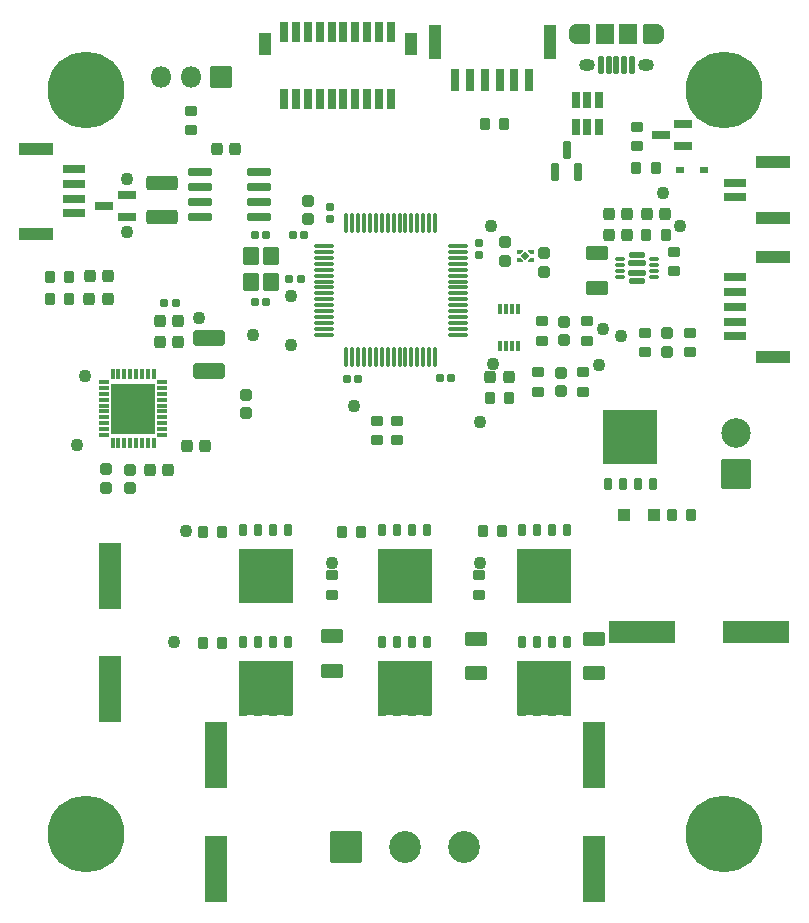
<source format=gts>
G04 #@! TF.GenerationSoftware,KiCad,Pcbnew,(6.0.2)*
G04 #@! TF.CreationDate,2022-07-31T17:13:20+02:00*
G04 #@! TF.ProjectId,progetto_motor_controller,70726f67-6574-4746-9f5f-6d6f746f725f,rev?*
G04 #@! TF.SameCoordinates,Original*
G04 #@! TF.FileFunction,Soldermask,Top*
G04 #@! TF.FilePolarity,Negative*
%FSLAX46Y46*%
G04 Gerber Fmt 4.6, Leading zero omitted, Abs format (unit mm)*
G04 Created by KiCad (PCBNEW (6.0.2)) date 2022-07-31 17:13:20*
%MOMM*%
%LPD*%
G01*
G04 APERTURE LIST*
G04 Aperture macros list*
%AMRoundRect*
0 Rectangle with rounded corners*
0 $1 Rounding radius*
0 $2 $3 $4 $5 $6 $7 $8 $9 X,Y pos of 4 corners*
0 Add a 4 corners polygon primitive as box body*
4,1,4,$2,$3,$4,$5,$6,$7,$8,$9,$2,$3,0*
0 Add four circle primitives for the rounded corners*
1,1,$1+$1,$2,$3*
1,1,$1+$1,$4,$5*
1,1,$1+$1,$6,$7*
1,1,$1+$1,$8,$9*
0 Add four rect primitives between the rounded corners*
20,1,$1+$1,$2,$3,$4,$5,0*
20,1,$1+$1,$4,$5,$6,$7,0*
20,1,$1+$1,$6,$7,$8,$9,0*
20,1,$1+$1,$8,$9,$2,$3,0*%
%AMFreePoly0*
4,1,14,0.305355,0.140355,0.320000,0.105000,0.320000,0.070500,0.304905,0.034700,0.124905,-0.140800,0.090000,-0.155000,-0.090000,-0.155000,-0.125355,-0.140355,-0.140000,-0.105000,-0.140000,0.105000,-0.125355,0.140355,-0.090000,0.155000,0.270000,0.155000,0.305355,0.140355,0.305355,0.140355,$1*%
%AMFreePoly1*
4,1,14,0.125355,0.140355,0.140000,0.105000,0.140000,-0.105000,0.125355,-0.140355,0.090000,-0.155000,-0.090000,-0.155000,-0.124905,-0.140800,-0.304905,0.034700,-0.320000,0.070500,-0.320000,0.105000,-0.305355,0.140355,-0.270000,0.155000,0.090000,0.155000,0.125355,0.140355,0.125355,0.140355,$1*%
G04 Aperture macros list end*
%ADD10RoundRect,0.250000X0.275000X-0.200000X0.275000X0.200000X-0.275000X0.200000X-0.275000X-0.200000X0*%
%ADD11RoundRect,0.268750X-0.218750X-0.256250X0.218750X-0.256250X0.218750X0.256250X-0.218750X0.256250X0*%
%ADD12RoundRect,0.050000X0.898499X-2.701899X0.898499X2.701899X-0.898499X2.701899X-0.898499X-2.701899X0*%
%ADD13RoundRect,0.050000X0.200000X0.675000X-0.200000X0.675000X-0.200000X-0.675000X0.200000X-0.675000X0*%
%ADD14O,1.350000X1.050000*%
%ADD15RoundRect,0.050000X0.600000X0.775000X-0.600000X0.775000X-0.600000X-0.775000X0.600000X-0.775000X0*%
%ADD16O,0.990000X1.650000*%
%ADD17RoundRect,0.050000X0.750000X0.775000X-0.750000X0.775000X-0.750000X-0.775000X0.750000X-0.775000X0*%
%ADD18RoundRect,0.250000X0.200000X0.275000X-0.200000X0.275000X-0.200000X-0.275000X0.200000X-0.275000X0*%
%ADD19RoundRect,0.050000X0.500000X0.500000X-0.500000X0.500000X-0.500000X-0.500000X0.500000X-0.500000X0*%
%ADD20RoundRect,0.300000X0.650000X-0.325000X0.650000X0.325000X-0.650000X0.325000X-0.650000X-0.325000X0*%
%ADD21C,1.100000*%
%ADD22RoundRect,0.250000X-0.200000X-0.275000X0.200000X-0.275000X0.200000X0.275000X-0.200000X0.275000X0*%
%ADD23RoundRect,0.050000X2.701899X0.898499X-2.701899X0.898499X-2.701899X-0.898499X2.701899X-0.898499X0*%
%ADD24RoundRect,0.190000X-0.140000X-0.170000X0.140000X-0.170000X0.140000X0.170000X-0.140000X0.170000X0*%
%ADD25RoundRect,0.050000X0.300000X0.400000X-0.300000X0.400000X-0.300000X-0.400000X0.300000X-0.400000X0*%
%ADD26RoundRect,0.050000X2.205000X2.275000X-2.205000X2.275000X-2.205000X-2.275000X2.205000X-2.275000X0*%
%ADD27RoundRect,0.050000X0.250000X0.425000X-0.250000X0.425000X-0.250000X-0.425000X0.250000X-0.425000X0*%
%ADD28RoundRect,0.300000X-1.075000X0.375000X-1.075000X-0.375000X1.075000X-0.375000X1.075000X0.375000X0*%
%ADD29RoundRect,0.275000X-0.225000X-0.250000X0.225000X-0.250000X0.225000X0.250000X-0.225000X0.250000X0*%
%ADD30RoundRect,0.275000X0.250000X-0.225000X0.250000X0.225000X-0.250000X0.225000X-0.250000X-0.225000X0*%
%ADD31RoundRect,0.050000X0.700000X-0.195000X0.700000X0.195000X-0.700000X0.195000X-0.700000X-0.195000X0*%
%ADD32RoundRect,0.050000X0.350000X-0.125000X0.350000X0.125000X-0.350000X0.125000X-0.350000X-0.125000X0*%
%ADD33RoundRect,0.050000X0.625000X-0.195000X0.625000X0.195000X-0.625000X0.195000X-0.625000X-0.195000X0*%
%ADD34RoundRect,0.275000X0.225000X0.250000X-0.225000X0.250000X-0.225000X-0.250000X0.225000X-0.250000X0*%
%ADD35RoundRect,0.050000X-0.150000X-0.400000X0.150000X-0.400000X0.150000X0.400000X-0.150000X0.400000X0*%
%ADD36RoundRect,0.250000X-0.275000X0.200000X-0.275000X-0.200000X0.275000X-0.200000X0.275000X0.200000X0*%
%ADD37C,0.900000*%
%ADD38C,6.500000*%
%ADD39RoundRect,0.200000X0.150000X-0.512500X0.150000X0.512500X-0.150000X0.512500X-0.150000X-0.512500X0*%
%ADD40RoundRect,0.190000X-0.170000X0.140000X-0.170000X-0.140000X0.170000X-0.140000X0.170000X0.140000X0*%
%ADD41RoundRect,0.050000X0.300000X0.225000X-0.300000X0.225000X-0.300000X-0.225000X0.300000X-0.225000X0*%
%ADD42RoundRect,0.050000X1.200000X-1.200000X1.200000X1.200000X-1.200000X1.200000X-1.200000X-1.200000X0*%
%ADD43C,2.500000*%
%ADD44RoundRect,0.125000X-0.700000X-0.075000X0.700000X-0.075000X0.700000X0.075000X-0.700000X0.075000X0*%
%ADD45RoundRect,0.125000X-0.075000X-0.700000X0.075000X-0.700000X0.075000X0.700000X-0.075000X0.700000X0*%
%ADD46RoundRect,0.050000X1.400000X-0.500000X1.400000X0.500000X-1.400000X0.500000X-1.400000X-0.500000X0*%
%ADD47RoundRect,0.050000X0.900000X-0.300000X0.900000X0.300000X-0.900000X0.300000X-0.900000X-0.300000X0*%
%ADD48RoundRect,0.190000X0.140000X0.170000X-0.140000X0.170000X-0.140000X-0.170000X0.140000X-0.170000X0*%
%ADD49RoundRect,0.190000X0.170000X-0.140000X0.170000X0.140000X-0.170000X0.140000X-0.170000X-0.140000X0*%
%ADD50RoundRect,0.200000X0.587500X0.150000X-0.587500X0.150000X-0.587500X-0.150000X0.587500X-0.150000X0*%
%ADD51RoundRect,0.050000X-1.400000X0.500000X-1.400000X-0.500000X1.400000X-0.500000X1.400000X0.500000X0*%
%ADD52RoundRect,0.050000X-0.900000X0.300000X-0.900000X-0.300000X0.900000X-0.300000X0.900000X0.300000X0*%
%ADD53RoundRect,0.200000X0.150000X-0.587500X0.150000X0.587500X-0.150000X0.587500X-0.150000X-0.587500X0*%
%ADD54RoundRect,0.050000X-0.898499X2.701899X-0.898499X-2.701899X0.898499X-2.701899X0.898499X2.701899X0*%
%ADD55RoundRect,0.050000X0.425000X0.900000X-0.425000X0.900000X-0.425000X-0.900000X0.425000X-0.900000X0*%
%ADD56RoundRect,0.050000X-0.300000X-0.800000X0.300000X-0.800000X0.300000X0.800000X-0.300000X0.800000X0*%
%ADD57RoundRect,0.050000X0.300000X0.800000X-0.300000X0.800000X-0.300000X-0.800000X0.300000X-0.800000X0*%
%ADD58RoundRect,0.275000X-0.250000X0.225000X-0.250000X-0.225000X0.250000X-0.225000X0.250000X0.225000X0*%
%ADD59RoundRect,0.050000X-1.300000X-1.300000X1.300000X-1.300000X1.300000X1.300000X-1.300000X1.300000X0*%
%ADD60C,2.700000*%
%ADD61RoundRect,0.050000X0.500000X1.400000X-0.500000X1.400000X-0.500000X-1.400000X0.500000X-1.400000X0*%
%ADD62RoundRect,0.050000X0.300000X0.900000X-0.300000X0.900000X-0.300000X-0.900000X0.300000X-0.900000X0*%
%ADD63RoundRect,0.050000X-0.850000X0.850000X-0.850000X-0.850000X0.850000X-0.850000X0.850000X0.850000X0*%
%ADD64O,1.800000X1.800000*%
%ADD65RoundRect,0.050000X-0.600000X0.700000X-0.600000X-0.700000X0.600000X-0.700000X0.600000X0.700000X0*%
%ADD66RoundRect,0.050000X-0.378599X0.127400X-0.378599X-0.127400X0.378599X-0.127400X0.378599X0.127400X0*%
%ADD67RoundRect,0.050000X0.127400X0.378599X-0.127400X0.378599X-0.127400X-0.378599X0.127400X-0.378599X0*%
%ADD68RoundRect,0.050000X1.854200X2.095500X-1.854200X2.095500X-1.854200X-2.095500X1.854200X-2.095500X0*%
%ADD69RoundRect,0.300000X-1.075000X0.312500X-1.075000X-0.312500X1.075000X-0.312500X1.075000X0.312500X0*%
%ADD70RoundRect,0.050000X-2.205000X-2.275000X2.205000X-2.275000X2.205000X2.275000X-2.205000X2.275000X0*%
%ADD71RoundRect,0.050000X-0.300000X-0.400000X0.300000X-0.400000X0.300000X0.400000X-0.300000X0.400000X0*%
%ADD72RoundRect,0.050000X-0.250000X-0.425000X0.250000X-0.425000X0.250000X0.425000X-0.250000X0.425000X0*%
%ADD73RoundRect,0.200000X0.825000X0.150000X-0.825000X0.150000X-0.825000X-0.150000X0.825000X-0.150000X0*%
%ADD74RoundRect,0.185000X0.135000X0.185000X-0.135000X0.185000X-0.135000X-0.185000X0.135000X-0.185000X0*%
%ADD75FreePoly0,0.000000*%
%ADD76FreePoly1,180.000000*%
%ADD77FreePoly0,180.000000*%
%ADD78FreePoly1,0.000000*%
%ADD79RoundRect,0.050000X0.000000X-0.339411X0.339411X0.000000X0.000000X0.339411X-0.339411X0.000000X0*%
G04 APERTURE END LIST*
D10*
X127300000Y-108575000D03*
X127300000Y-106925000D03*
D11*
X89312500Y-98800000D03*
X90887500Y-98800000D03*
D12*
X91000000Y-133745800D03*
X91000000Y-124154200D03*
D10*
X113600000Y-112700000D03*
X113600000Y-111050000D03*
D13*
X135200000Y-80950000D03*
X134550000Y-80950000D03*
X133900000Y-80950000D03*
X133250000Y-80950000D03*
X132600000Y-80950000D03*
D14*
X136400000Y-80950000D03*
D15*
X131000000Y-78250000D03*
D16*
X130400000Y-78250000D03*
D14*
X131400000Y-80950000D03*
D15*
X136800000Y-78250000D03*
D17*
X132900000Y-78250000D03*
X134900000Y-78250000D03*
D16*
X137400000Y-78250000D03*
D18*
X100525000Y-120450000D03*
X98875000Y-120450000D03*
D19*
X137050000Y-119000000D03*
X134550000Y-119000000D03*
D20*
X132250000Y-99775000D03*
X132250000Y-96825000D03*
X122000000Y-132425000D03*
X122000000Y-129475000D03*
D21*
X122350000Y-111150000D03*
X139250000Y-94550000D03*
D22*
X136425000Y-95300000D03*
X138075000Y-95300000D03*
D23*
X145686200Y-128950000D03*
X136094600Y-128950000D03*
D24*
X103320000Y-95300000D03*
X104280000Y-95300000D03*
D10*
X127600000Y-104275000D03*
X127600000Y-102625000D03*
D25*
X129705000Y-135575000D03*
D26*
X127800000Y-133700000D03*
D25*
X127165000Y-135575000D03*
X125895000Y-135575000D03*
X128435000Y-135575000D03*
D27*
X125895000Y-129750000D03*
X129705000Y-129750000D03*
X128435000Y-129750000D03*
X127165000Y-129750000D03*
D28*
X99450000Y-104050000D03*
X99450000Y-106850000D03*
D29*
X100075000Y-88050000D03*
X101625000Y-88050000D03*
D30*
X107800000Y-93975000D03*
X107800000Y-92425000D03*
D21*
X109850000Y-123050000D03*
D25*
X116605000Y-126075000D03*
X117875000Y-126075000D03*
D26*
X115970000Y-124200000D03*
D25*
X114065000Y-126075000D03*
X115335000Y-126075000D03*
D27*
X114065000Y-120250000D03*
X116605000Y-120250000D03*
X115335000Y-120250000D03*
X117875000Y-120250000D03*
D10*
X109850000Y-125775000D03*
X109850000Y-124125000D03*
D31*
X135660000Y-97710000D03*
X135650000Y-98490000D03*
D32*
X137100000Y-98850000D03*
X137100000Y-98350000D03*
X137100000Y-97850000D03*
X137100000Y-97350000D03*
X134200000Y-97350000D03*
X134200000Y-97850000D03*
X134200000Y-98350000D03*
X134200000Y-98850000D03*
D33*
X135650000Y-99210000D03*
X135650000Y-96990000D03*
D25*
X127165000Y-126075000D03*
X125895000Y-126075000D03*
X128435000Y-126075000D03*
X129705000Y-126075000D03*
D26*
X127800000Y-124200000D03*
D27*
X125895000Y-120250000D03*
X127165000Y-120250000D03*
X129705000Y-120250000D03*
X128435000Y-120250000D03*
D34*
X96825000Y-102550000D03*
X95275000Y-102550000D03*
X96825000Y-104350000D03*
X95275000Y-104350000D03*
D35*
X124050000Y-104700000D03*
X124550000Y-104700000D03*
X125050000Y-104700000D03*
X125550000Y-104700000D03*
X125550000Y-101600000D03*
X125050000Y-101600000D03*
X124550000Y-101600000D03*
X124050000Y-101600000D03*
D36*
X135650000Y-86125000D03*
X135650000Y-87775000D03*
D37*
X87302944Y-144302944D03*
X89000000Y-143600000D03*
X91400000Y-146000000D03*
X90697056Y-147697056D03*
X87302944Y-147697056D03*
X89000000Y-148400000D03*
X86600000Y-146000000D03*
D38*
X89000000Y-146000000D03*
D37*
X90697056Y-144302944D03*
D21*
X111650000Y-109800000D03*
X134300000Y-103850000D03*
D39*
X130500000Y-86137500D03*
X131450000Y-86137500D03*
X132400000Y-86137500D03*
X132400000Y-83862500D03*
X131450000Y-83862500D03*
X130500000Y-83862500D03*
D34*
X134825000Y-95300000D03*
X133275000Y-95300000D03*
D40*
X122300000Y-96020000D03*
X122300000Y-96980000D03*
D18*
X124825000Y-109150000D03*
X123175000Y-109150000D03*
D25*
X102295000Y-135575000D03*
X103565000Y-135575000D03*
X106105000Y-135575000D03*
D26*
X104200000Y-133700000D03*
D25*
X104835000Y-135575000D03*
D27*
X102295000Y-129750000D03*
X103565000Y-129750000D03*
X104835000Y-129750000D03*
X106105000Y-129750000D03*
D10*
X97900000Y-86425000D03*
X97900000Y-84775000D03*
D41*
X141350000Y-89800000D03*
X139250000Y-89800000D03*
D42*
X144000000Y-115550000D03*
D43*
X144000000Y-112050000D03*
D44*
X109125000Y-96250000D03*
X109125000Y-96750000D03*
X109125000Y-97250000D03*
X109125000Y-97750000D03*
X109125000Y-98250000D03*
X109125000Y-98750000D03*
X109125000Y-99250000D03*
X109125000Y-99750000D03*
X109125000Y-100250000D03*
X109125000Y-100750000D03*
X109125000Y-101250000D03*
X109125000Y-101750000D03*
X109125000Y-102250000D03*
X109125000Y-102750000D03*
X109125000Y-103250000D03*
X109125000Y-103750000D03*
D45*
X111050000Y-105675000D03*
X111550000Y-105675000D03*
X112050000Y-105675000D03*
X112550000Y-105675000D03*
X113050000Y-105675000D03*
X113550000Y-105675000D03*
X114050000Y-105675000D03*
X114550000Y-105675000D03*
X115050000Y-105675000D03*
X115550000Y-105675000D03*
X116050000Y-105675000D03*
X116550000Y-105675000D03*
X117050000Y-105675000D03*
X117550000Y-105675000D03*
X118050000Y-105675000D03*
X118550000Y-105675000D03*
D44*
X120475000Y-103750000D03*
X120475000Y-103250000D03*
X120475000Y-102750000D03*
X120475000Y-102250000D03*
X120475000Y-101750000D03*
X120475000Y-101250000D03*
X120475000Y-100750000D03*
X120475000Y-100250000D03*
X120475000Y-99750000D03*
X120475000Y-99250000D03*
X120475000Y-98750000D03*
X120475000Y-98250000D03*
X120475000Y-97750000D03*
X120475000Y-97250000D03*
X120475000Y-96750000D03*
X120475000Y-96250000D03*
D45*
X118550000Y-94325000D03*
X118050000Y-94325000D03*
X117550000Y-94325000D03*
X117050000Y-94325000D03*
X116550000Y-94325000D03*
X116050000Y-94325000D03*
X115550000Y-94325000D03*
X115050000Y-94325000D03*
X114550000Y-94325000D03*
X114050000Y-94325000D03*
X113550000Y-94325000D03*
X113050000Y-94325000D03*
X112550000Y-94325000D03*
X112050000Y-94325000D03*
X111550000Y-94325000D03*
X111050000Y-94325000D03*
D46*
X147150000Y-93850000D03*
X147150000Y-89150000D03*
D47*
X143950000Y-92125000D03*
X143950000Y-90875000D03*
D48*
X96580000Y-101050000D03*
X95620000Y-101050000D03*
D30*
X129500000Y-104225000D03*
X129500000Y-102675000D03*
D21*
X92450000Y-90600000D03*
X122325000Y-123050000D03*
X97500000Y-120350000D03*
D18*
X87575000Y-98850000D03*
X85925000Y-98850000D03*
D21*
X137850000Y-91750000D03*
D49*
X109700000Y-93930000D03*
X109700000Y-92970000D03*
D30*
X138200000Y-105175000D03*
X138200000Y-103625000D03*
D50*
X139537500Y-87800000D03*
X139537500Y-85900000D03*
X137662500Y-86850000D03*
D29*
X123225000Y-107300000D03*
X124775000Y-107300000D03*
D51*
X84800000Y-88000000D03*
X84800000Y-95200000D03*
D52*
X88000000Y-89725000D03*
X88000000Y-90975000D03*
X88000000Y-92225000D03*
X88000000Y-93475000D03*
D53*
X128750000Y-89987500D03*
X130650000Y-89987500D03*
X129700000Y-88112500D03*
D18*
X124425000Y-85900000D03*
X122775000Y-85900000D03*
D48*
X104280000Y-101000000D03*
X103320000Y-101000000D03*
D54*
X132000000Y-139354200D03*
X132000000Y-148945800D03*
D29*
X136475000Y-93500000D03*
X138025000Y-93500000D03*
D55*
X116475000Y-79100000D03*
X104125000Y-79100000D03*
D56*
X114800000Y-83800000D03*
X114800000Y-78100000D03*
X113800000Y-83800000D03*
X113800000Y-78100000D03*
X112800000Y-83800000D03*
X112800000Y-78100000D03*
X111800000Y-83800000D03*
X111800000Y-78100000D03*
X110800000Y-83800000D03*
X110800000Y-78100000D03*
D57*
X109800000Y-83800000D03*
X109800000Y-78100000D03*
X108800000Y-83800000D03*
X108800000Y-78100000D03*
X107800000Y-83800000D03*
X107800000Y-78100000D03*
X106800000Y-83800000D03*
X106800000Y-78100000D03*
X105800000Y-83800000D03*
X105800000Y-78100000D03*
D58*
X127800000Y-96850000D03*
X127800000Y-98400000D03*
D36*
X138800000Y-96740000D03*
X138800000Y-98390000D03*
D21*
X96450000Y-129800000D03*
X132800000Y-103300000D03*
D59*
X111000000Y-147150000D03*
D60*
X116000000Y-147150000D03*
X121000000Y-147150000D03*
D61*
X118550000Y-79000000D03*
X128250000Y-79000000D03*
D62*
X126525000Y-82200000D03*
X125275000Y-82200000D03*
X124025000Y-82200000D03*
X122775000Y-82200000D03*
X121525000Y-82200000D03*
X120275000Y-82200000D03*
D63*
X100450000Y-81900000D03*
D64*
X97910000Y-81900000D03*
X95370000Y-81900000D03*
D20*
X132050000Y-132425000D03*
X132050000Y-129475000D03*
D21*
X88900000Y-107250000D03*
X88200000Y-113100000D03*
D34*
X95975000Y-115200000D03*
X94425000Y-115200000D03*
D58*
X92750000Y-115175000D03*
X92750000Y-116725000D03*
D48*
X107480000Y-95300000D03*
X106520000Y-95300000D03*
D26*
X115970000Y-133700000D03*
D25*
X116605000Y-135575000D03*
X117875000Y-135575000D03*
X115335000Y-135575000D03*
X114065000Y-135575000D03*
D27*
X114065000Y-129750000D03*
X115335000Y-129750000D03*
X116605000Y-129750000D03*
X117875000Y-129750000D03*
D18*
X124225000Y-120400000D03*
X122575000Y-120400000D03*
D21*
X123250000Y-94550000D03*
D30*
X102550000Y-110375000D03*
X102550000Y-108825000D03*
D65*
X102950000Y-97100000D03*
X102950000Y-99300000D03*
X104650000Y-99300000D03*
X104650000Y-97100000D03*
D36*
X115300000Y-111025000D03*
X115300000Y-112675000D03*
D66*
X95450000Y-112250002D03*
X95450000Y-111750000D03*
X95450000Y-111250001D03*
X95450000Y-110750002D03*
X95450000Y-110250001D03*
X95450000Y-109750001D03*
X95450000Y-109250000D03*
X95450000Y-108750001D03*
X95450000Y-108250002D03*
X95450000Y-107750000D03*
D67*
X94749999Y-107080000D03*
X94250000Y-107080000D03*
X93750001Y-107080000D03*
X93250000Y-107080000D03*
X92750000Y-107080000D03*
X92249999Y-107080000D03*
X91750000Y-107080000D03*
X91250001Y-107080000D03*
D66*
X90550000Y-107749999D03*
X90550000Y-108250001D03*
X90550000Y-108750000D03*
X90550000Y-109249999D03*
X90550000Y-109750000D03*
X90550000Y-110250000D03*
X90550000Y-110750001D03*
X90550000Y-111250000D03*
X90550000Y-111749999D03*
X90550000Y-112250001D03*
D67*
X91250001Y-112918600D03*
X91750000Y-112918600D03*
X92249999Y-112918600D03*
X92750000Y-112918600D03*
X93250000Y-112918600D03*
X93750001Y-112918600D03*
X94250000Y-112918600D03*
X94749999Y-112918600D03*
D68*
X93000000Y-110000000D03*
D21*
X103100000Y-103750000D03*
D25*
X102295000Y-126075000D03*
D26*
X104200000Y-124200000D03*
D25*
X103565000Y-126075000D03*
X106105000Y-126075000D03*
X104835000Y-126075000D03*
D27*
X102295000Y-120250000D03*
X104835000Y-120250000D03*
X106105000Y-120250000D03*
X103565000Y-120250000D03*
D69*
X95400000Y-90887500D03*
X95400000Y-93812500D03*
D58*
X90700000Y-115150000D03*
X90700000Y-116700000D03*
D46*
X147150000Y-97150000D03*
X147150000Y-105650000D03*
D47*
X143950000Y-103900000D03*
X143950000Y-102650000D03*
X143950000Y-101400000D03*
X143950000Y-100150000D03*
X143950000Y-98900000D03*
D58*
X129200000Y-106975000D03*
X129200000Y-108525000D03*
D70*
X135100000Y-112450000D03*
D71*
X134465000Y-110575000D03*
X133195000Y-110575000D03*
X137005000Y-110575000D03*
X135735000Y-110575000D03*
D72*
X137005000Y-116400000D03*
X134465000Y-116400000D03*
X133195000Y-116400000D03*
X135735000Y-116400000D03*
D20*
X109850000Y-132225000D03*
X109850000Y-129275000D03*
D73*
X103625000Y-93805000D03*
X103625000Y-92535000D03*
X103625000Y-91265000D03*
X103625000Y-89995000D03*
X98675000Y-89995000D03*
X98675000Y-91265000D03*
X98675000Y-92535000D03*
X98675000Y-93805000D03*
D21*
X123450000Y-106200000D03*
D34*
X134800000Y-93500000D03*
X133250000Y-93500000D03*
D10*
X122300000Y-125775000D03*
X122300000Y-124125000D03*
D36*
X131100000Y-106925000D03*
X131100000Y-108575000D03*
D34*
X99075000Y-113150000D03*
X97525000Y-113150000D03*
D74*
X107185000Y-99075000D03*
X106165000Y-99075000D03*
D21*
X92450000Y-95050000D03*
D10*
X140100000Y-105225000D03*
X140100000Y-103575000D03*
X131400000Y-104275000D03*
X131400000Y-102625000D03*
D18*
X87575000Y-100750000D03*
X85925000Y-100750000D03*
X140225000Y-119050000D03*
X138575000Y-119050000D03*
D48*
X119900000Y-107400000D03*
X118940000Y-107400000D03*
D37*
X141302944Y-144302944D03*
X144697056Y-144302944D03*
X143000000Y-143600000D03*
X141302944Y-147697056D03*
D38*
X143000000Y-146000000D03*
D37*
X140600000Y-146000000D03*
X145400000Y-146000000D03*
X144697056Y-147697056D03*
X143000000Y-148400000D03*
D21*
X132400000Y-106350000D03*
X98600000Y-102350000D03*
D50*
X92437500Y-93800000D03*
X92437500Y-91900000D03*
X90562500Y-92850000D03*
D58*
X124500000Y-95925000D03*
X124500000Y-97475000D03*
D48*
X112030000Y-107500000D03*
X111070000Y-107500000D03*
D11*
X89262500Y-100750000D03*
X90837500Y-100750000D03*
D18*
X137225000Y-89600000D03*
X135575000Y-89600000D03*
D21*
X106350000Y-104600000D03*
D54*
X100000000Y-139354200D03*
X100000000Y-148945800D03*
D18*
X112325000Y-120450000D03*
X110675000Y-120450000D03*
D37*
X141302944Y-84697056D03*
X141302944Y-81302944D03*
X143000000Y-80600000D03*
X144697056Y-81302944D03*
X143000000Y-85400000D03*
D38*
X143000000Y-83000000D03*
D37*
X140600000Y-83000000D03*
X144697056Y-84697056D03*
X145400000Y-83000000D03*
D18*
X100525000Y-129850000D03*
X98875000Y-129850000D03*
D37*
X90697056Y-84697056D03*
X89000000Y-80600000D03*
X90697056Y-81302944D03*
D38*
X89000000Y-83000000D03*
D37*
X91400000Y-83000000D03*
X89000000Y-85400000D03*
X86600000Y-83000000D03*
X87302944Y-81302944D03*
X87302944Y-84697056D03*
D10*
X136300000Y-105225000D03*
X136300000Y-103575000D03*
D21*
X106350000Y-100500000D03*
D75*
X125680000Y-96775000D03*
D76*
X125680000Y-97425000D03*
D77*
X126720000Y-97425000D03*
D78*
X126720000Y-96775000D03*
D79*
X126200000Y-97100000D03*
M02*

</source>
